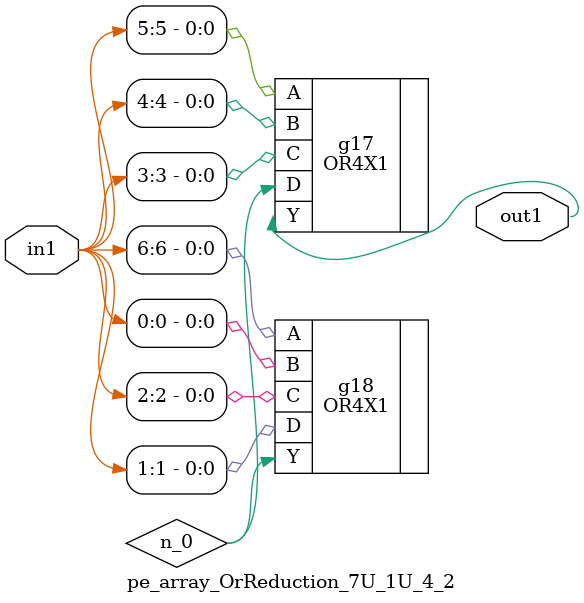
<source format=v>
`timescale 1ps / 1ps


module pe_array_OrReduction_7U_1U_4_2(in1, out1);
  input [6:0] in1;
  output out1;
  wire [6:0] in1;
  wire out1;
  wire n_0;
  OR4X1 g17(.A (in1[5]), .B (in1[4]), .C (in1[3]), .D (n_0), .Y (out1));
  OR4X1 g18(.A (in1[6]), .B (in1[0]), .C (in1[2]), .D (in1[1]), .Y
       (n_0));
endmodule



</source>
